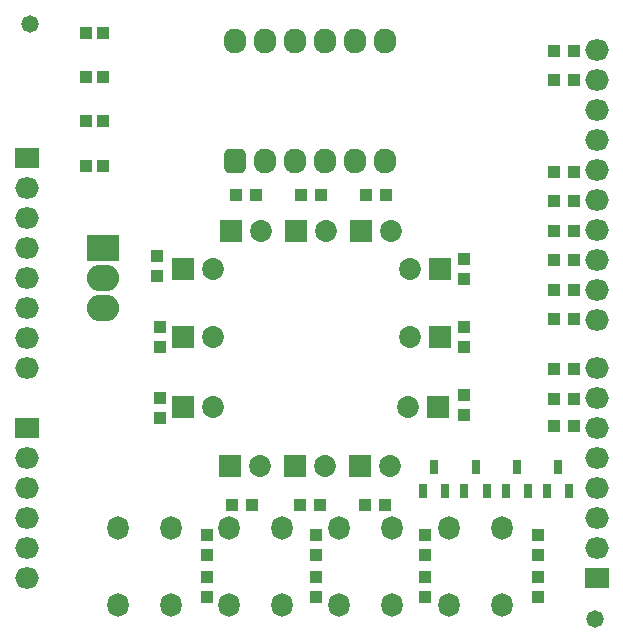
<source format=gts>
G04*
G04 #@! TF.GenerationSoftware,Altium Limited,Altium Designer,18.1.6 (161)*
G04*
G04 Layer_Color=8388736*
%FSTAX24Y24*%
%MOIN*%
G70*
G01*
G75*
%ADD21R,0.0415X0.0395*%
%ADD22R,0.0316X0.0474*%
%ADD23R,0.0395X0.0415*%
%ADD24R,0.0395X0.0395*%
%ADD25O,0.1080X0.0880*%
%ADD26R,0.1080X0.0880*%
%ADD27R,0.0789X0.0710*%
%ADD28O,0.0789X0.0710*%
%ADD29C,0.0730*%
%ADD30R,0.0730X0.0730*%
%ADD31O,0.0710X0.0789*%
G04:AMPARAMS|DCode=32|XSize=74.9mil|YSize=82.8mil|CornerRadius=20.7mil|HoleSize=0mil|Usage=FLASHONLY|Rotation=0.000|XOffset=0mil|YOffset=0mil|HoleType=Round|Shape=RoundedRectangle|*
%AMROUNDEDRECTD32*
21,1,0.0749,0.0413,0,0,0.0*
21,1,0.0335,0.0828,0,0,0.0*
1,1,0.0415,0.0167,-0.0207*
1,1,0.0415,-0.0167,-0.0207*
1,1,0.0415,-0.0167,0.0207*
1,1,0.0415,0.0167,0.0207*
%
%ADD32ROUNDEDRECTD32*%
%ADD33O,0.0749X0.0828*%
%ADD34C,0.0580*%
D21*
X045932Y021998D02*
D03*
Y022667D02*
D03*
X034908Y021998D02*
D03*
Y022667D02*
D03*
X042191Y021998D02*
D03*
Y022667D02*
D03*
X03855Y021998D02*
D03*
Y022667D02*
D03*
X043471Y027352D02*
D03*
Y026683D02*
D03*
Y029616D02*
D03*
Y028947D02*
D03*
Y03188D02*
D03*
Y031211D02*
D03*
X033333Y027254D02*
D03*
Y026585D02*
D03*
Y029616D02*
D03*
Y028947D02*
D03*
X033235Y03197D02*
D03*
Y031301D02*
D03*
X045932Y021289D02*
D03*
Y02062D02*
D03*
X042191Y021289D02*
D03*
Y02062D02*
D03*
X03855Y021289D02*
D03*
Y02062D02*
D03*
X034908Y021289D02*
D03*
Y02062D02*
D03*
D22*
X04662Y024951D02*
D03*
X046994Y024163D02*
D03*
X046246D02*
D03*
X042487Y024951D02*
D03*
X042861Y024163D02*
D03*
X042113D02*
D03*
X043865Y024951D02*
D03*
X044239Y024163D02*
D03*
X043491D02*
D03*
X045243Y024951D02*
D03*
X045617Y024163D02*
D03*
X044868D02*
D03*
D23*
X047152Y029872D02*
D03*
X046483D02*
D03*
X047152Y028199D02*
D03*
X046483D02*
D03*
X047152Y027215D02*
D03*
X046483D02*
D03*
X047152Y026329D02*
D03*
X046483D02*
D03*
X047152Y038829D02*
D03*
X046483D02*
D03*
X047152Y034793D02*
D03*
X046483D02*
D03*
X047152Y037844D02*
D03*
X046483D02*
D03*
X047152Y032825D02*
D03*
X046483D02*
D03*
X047152Y031841D02*
D03*
X046483D02*
D03*
X047152Y030856D02*
D03*
X046483D02*
D03*
X047152Y033809D02*
D03*
X046483D02*
D03*
X035754Y023671D02*
D03*
X036424D02*
D03*
X038018D02*
D03*
X038687D02*
D03*
X040183D02*
D03*
X040853D02*
D03*
X035892Y034006D02*
D03*
X036561D02*
D03*
X038057D02*
D03*
X038727D02*
D03*
X040223D02*
D03*
X040892D02*
D03*
D24*
X031463Y03499D02*
D03*
X030872D02*
D03*
X031463Y036467D02*
D03*
X030872D02*
D03*
X031463Y037943D02*
D03*
X030872D02*
D03*
X031463Y039419D02*
D03*
X030872D02*
D03*
D25*
X031463Y03025D02*
D03*
Y03125D02*
D03*
D26*
Y03225D02*
D03*
D27*
X047904Y021234D02*
D03*
X028904Y035234D02*
D03*
Y026234D02*
D03*
D28*
X047904Y022234D02*
D03*
Y023234D02*
D03*
Y024234D02*
D03*
Y025234D02*
D03*
Y026234D02*
D03*
Y027234D02*
D03*
Y028234D02*
D03*
X028904Y034234D02*
D03*
Y033234D02*
D03*
Y032234D02*
D03*
Y031234D02*
D03*
Y030234D02*
D03*
Y029234D02*
D03*
Y028234D02*
D03*
Y021234D02*
D03*
Y022234D02*
D03*
Y023234D02*
D03*
Y024234D02*
D03*
Y025234D02*
D03*
X047904Y029833D02*
D03*
Y030833D02*
D03*
Y031833D02*
D03*
Y032833D02*
D03*
Y033833D02*
D03*
Y034833D02*
D03*
Y035833D02*
D03*
Y036833D02*
D03*
Y037833D02*
D03*
Y038833D02*
D03*
D29*
X038853Y024974D02*
D03*
X041691Y029281D02*
D03*
X035113Y029281D02*
D03*
X038892Y032825D02*
D03*
X036687Y024974D02*
D03*
X041691Y031545D02*
D03*
X035113Y031545D02*
D03*
X036727Y032825D02*
D03*
X041018Y024974D02*
D03*
X041605Y026943D02*
D03*
X035113D02*
D03*
X041057Y032825D02*
D03*
D30*
X037853Y024974D02*
D03*
X042691Y029281D02*
D03*
X034113Y029281D02*
D03*
X037892Y032825D02*
D03*
X035687Y024974D02*
D03*
X042691Y031545D02*
D03*
X034113Y031545D02*
D03*
X035727Y032825D02*
D03*
X040018Y024974D02*
D03*
X042605Y026943D02*
D03*
X034113D02*
D03*
X040057Y032825D02*
D03*
D31*
X042983Y022907D02*
D03*
X044754D02*
D03*
Y020348D02*
D03*
X042983D02*
D03*
X039308Y022907D02*
D03*
X04108D02*
D03*
Y020348D02*
D03*
X039308D02*
D03*
X035634Y022907D02*
D03*
X037405D02*
D03*
Y020348D02*
D03*
X035634D02*
D03*
X031959Y022907D02*
D03*
X033731D02*
D03*
Y020348D02*
D03*
X031959D02*
D03*
D32*
X035853Y035156D02*
D03*
D33*
X036853D02*
D03*
X037853D02*
D03*
X038853D02*
D03*
X039853D02*
D03*
X040853D02*
D03*
Y039156D02*
D03*
X039853D02*
D03*
X038853D02*
D03*
X037853D02*
D03*
X036853D02*
D03*
X035853D02*
D03*
D34*
X029002Y039715D02*
D03*
X047852Y019881D02*
D03*
M02*

</source>
